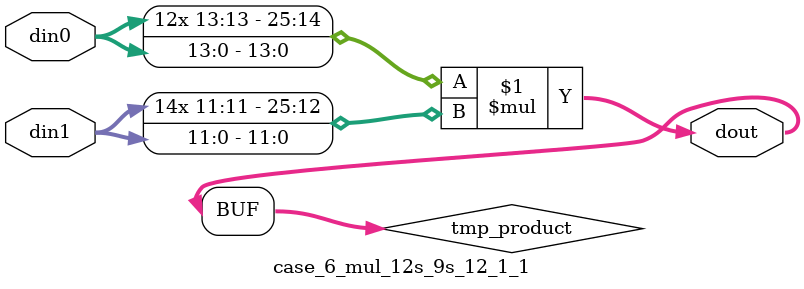
<source format=v>

`timescale 1 ns / 1 ps

 module case_6_mul_12s_9s_12_1_1(din0, din1, dout);
parameter ID = 1;
parameter NUM_STAGE = 0;
parameter din0_WIDTH = 14;
parameter din1_WIDTH = 12;
parameter dout_WIDTH = 26;

input [din0_WIDTH - 1 : 0] din0; 
input [din1_WIDTH - 1 : 0] din1; 
output [dout_WIDTH - 1 : 0] dout;

wire signed [dout_WIDTH - 1 : 0] tmp_product;



























assign tmp_product = $signed(din0) * $signed(din1);








assign dout = tmp_product;





















endmodule

</source>
